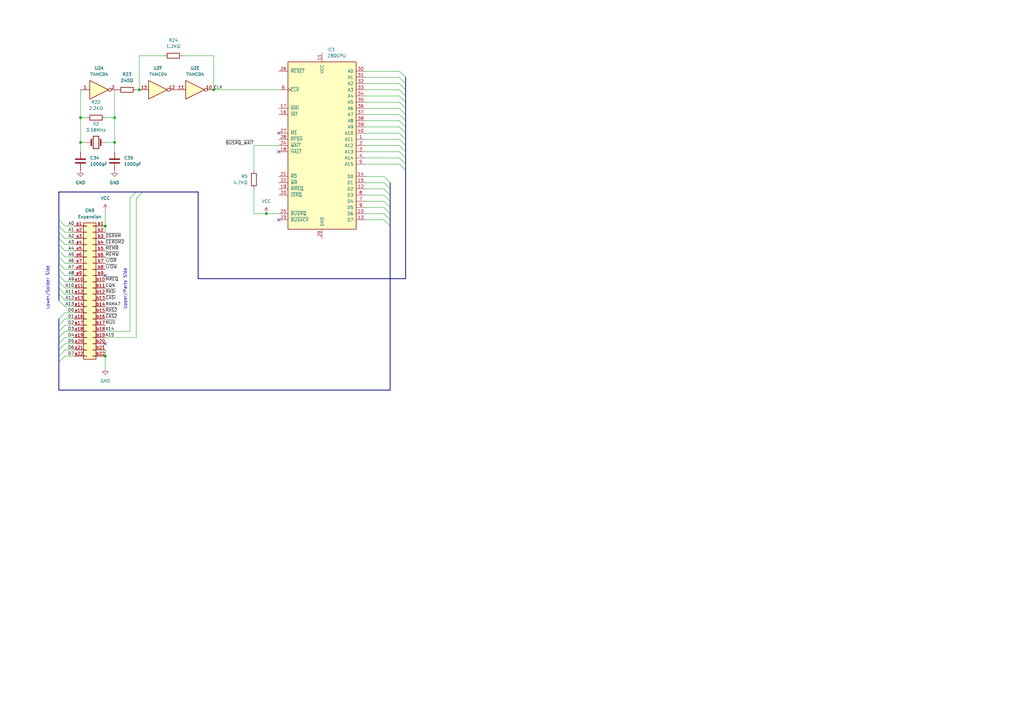
<source format=kicad_sch>
(kicad_sch (version 20230121) (generator eeschema)
  (paper "A3")
  (title_block (title "Sega SC-3000HB") (rev "INITIAL") (company "Brett Hallen") (comment 1 "youtube.com/@brfff"))
  (lib_symbols
    (symbol "74xx:74HC04"
      (property "Reference" "U" (at 0 1.27 0))
      (property "Value" "74HC04" (at 0 -1.27 0))
      (symbol "74HC04_1_0"
        (polyline (pts (xy -3.81 3.81) (xy -3.81 -3.81) (xy 3.81 0) (xy -3.81 3.81)) (stroke (width 0.254)) (fill (type background)))
        (pin input line (at -7.62 0 0) (length 3.81) (name "~") (number "1"))
        (pin output inverted (at 7.62 0 180) (length 3.81) (name "~") (number "2"))
      )
      (symbol "74HC04_2_0"
        (polyline (pts (xy -3.81 3.81) (xy -3.81 -3.81) (xy 3.81 0) (xy -3.81 3.81)) (stroke (width 0.254)) (fill (type background)))
        (pin input line (at -7.62 0 0) (length 3.81) (name "~") (number "3"))
        (pin output inverted (at 7.62 0 180) (length 3.81) (name "~") (number "4"))
      )
      (symbol "74HC04_3_0"
        (polyline (pts (xy -3.81 3.81) (xy -3.81 -3.81) (xy 3.81 0) (xy -3.81 3.81)) (stroke (width 0.254)) (fill (type background)))
        (pin input line (at -7.62 0 0) (length 3.81) (name "~") (number "5"))
        (pin output inverted (at 7.62 0 180) (length 3.81) (name "~") (number "6"))
      )
      (symbol "74HC04_4_0"
        (polyline (pts (xy -3.81 3.81) (xy -3.81 -3.81) (xy 3.81 0) (xy -3.81 3.81)) (stroke (width 0.254)) (fill (type background)))
        (pin output inverted (at 7.62 0 180) (length 3.81) (name "~") (number "8"))
        (pin input line (at -7.62 0 0) (length 3.81) (name "~") (number "9"))
      )
      (symbol "74HC04_5_0"
        (polyline (pts (xy -3.81 3.81) (xy -3.81 -3.81) (xy 3.81 0) (xy -3.81 3.81)) (stroke (width 0.254)) (fill (type background)))
        (pin output inverted (at 7.62 0 180) (length 3.81) (name "~") (number "10"))
        (pin input line (at -7.62 0 0) (length 3.81) (name "~") (number "11"))
      )
      (symbol "74HC04_6_0"
        (polyline (pts (xy -3.81 3.81) (xy -3.81 -3.81) (xy 3.81 0) (xy -3.81 3.81)) (stroke (width 0.254)) (fill (type background)))
        (pin output inverted (at 7.62 0 180) (length 3.81) (name "~") (number "12"))
        (pin input line (at -7.62 0 0) (length 3.81) (name "~") (number "13"))
      )
      (symbol "74HC04_7_0"
        (pin power_in line (at 0 12.7 270) (length 5.08) (name "VCC") (number "14"))
        (pin power_in line (at 0 -12.7 90) (length 5.08) (name "GND") (number "7"))
      )
      (symbol "74HC04_7_1"
        (rectangle (start -5.08 7.62) (end 5.08 -7.62) (stroke (width 0.254)) (fill (type background)))
      )
    )
    (symbol "CPU:Z80CPU" (pin_names (offset 1.016))
      (property "Reference" "U" (at -13.97 35.56 0))
      (property "Value" "Z80CPU" (at 6.35 35.56 0))
      (symbol "Z80CPU_0_1"
        (rectangle (start -13.97 34.29) (end 13.97 -34.29) (stroke (width 0.254)) (fill (type background)))
      )
      (symbol "Z80CPU_1_1"
        (pin output line (at 17.78 2.54 180) (length 3.81) (name "A11") (number "1"))
        (pin bidirectional line (at 17.78 -27.94 180) (length 3.81) (name "D6") (number "10"))
        (pin power_in line (at 0 38.1 270) (length 3.81) (name "VCC") (number "11"))
        (pin bidirectional line (at 17.78 -17.78 180) (length 3.81) (name "D2") (number "12"))
        (pin bidirectional line (at 17.78 -30.48 180) (length 3.81) (name "D7") (number "13"))
        (pin bidirectional line (at 17.78 -12.7 180) (length 3.81) (name "D0") (number "14"))
        (pin bidirectional line (at 17.78 -15.24 180) (length 3.81) (name "D1") (number "15"))
        (pin input line (at -17.78 12.7 0) (length 3.81) (name "~{INT}") (number "16"))
        (pin input line (at -17.78 15.24 0) (length 3.81) (name "~{NMI}") (number "17"))
        (pin output line (at -17.78 -2.54 0) (length 3.81) (name "~{HALT}") (number "18"))
        (pin output line (at -17.78 -17.78 0) (length 3.81) (name "~{MREQ}") (number "19"))
        (pin output line (at 17.78 0 180) (length 3.81) (name "A12") (number "2"))
        (pin output line (at -17.78 -20.32 0) (length 3.81) (name "~{IORQ}") (number "20"))
        (pin output line (at -17.78 -12.7 0) (length 3.81) (name "~{RD}") (number "21"))
        (pin output line (at -17.78 -15.24 0) (length 3.81) (name "~{WR}") (number "22"))
        (pin output line (at -17.78 -30.48 0) (length 3.81) (name "~{BUSACK}") (number "23"))
        (pin input line (at -17.78 0 0) (length 3.81) (name "~{WAIT}") (number "24"))
        (pin input line (at -17.78 -27.94 0) (length 3.81) (name "~{BUSRQ}") (number "25"))
        (pin input line (at -17.78 30.48 0) (length 3.81) (name "~{RESET}") (number "26"))
        (pin output line (at -17.78 5.08 0) (length 3.81) (name "~{M1}") (number "27"))
        (pin output line (at -17.78 2.54 0) (length 3.81) (name "~{RFSH}") (number "28"))
        (pin power_in line (at 0 -38.1 90) (length 3.81) (name "GND") (number "29"))
        (pin output line (at 17.78 -2.54 180) (length 3.81) (name "A13") (number "3"))
        (pin output line (at 17.78 30.48 180) (length 3.81) (name "A0") (number "30"))
        (pin output line (at 17.78 27.94 180) (length 3.81) (name "A1") (number "31"))
        (pin output line (at 17.78 25.4 180) (length 3.81) (name "A2") (number "32"))
        (pin output line (at 17.78 22.86 180) (length 3.81) (name "A3") (number "33"))
        (pin output line (at 17.78 20.32 180) (length 3.81) (name "A4") (number "34"))
        (pin output line (at 17.78 17.78 180) (length 3.81) (name "A5") (number "35"))
        (pin output line (at 17.78 15.24 180) (length 3.81) (name "A6") (number "36"))
        (pin output line (at 17.78 12.7 180) (length 3.81) (name "A7") (number "37"))
        (pin output line (at 17.78 10.16 180) (length 3.81) (name "A8") (number "38"))
        (pin output line (at 17.78 7.62 180) (length 3.81) (name "A9") (number "39"))
        (pin output line (at 17.78 -5.08 180) (length 3.81) (name "A14") (number "4"))
        (pin output line (at 17.78 5.08 180) (length 3.81) (name "A10") (number "40"))
        (pin output line (at 17.78 -7.62 180) (length 3.81) (name "A15") (number "5"))
        (pin input clock (at -17.78 22.86 0) (length 3.81) (name "~{CLK}") (number "6"))
        (pin bidirectional line (at 17.78 -22.86 180) (length 3.81) (name "D4") (number "7"))
        (pin bidirectional line (at 17.78 -20.32 180) (length 3.81) (name "D3") (number "8"))
        (pin bidirectional line (at 17.78 -25.4 180) (length 3.81) (name "D5") (number "9"))
      )
    )
    (symbol "Connector_Generic:Conn_02x22_Row_Letter_First" (pin_names (offset 1.016) hide)
      (property "Reference" "J" (at 1.27 27.94 0))
      (property "Value" "Conn_02x22_Row_Letter_First" (at 1.27 -30.48 0))
      (symbol "Conn_02x22_Row_Letter_First_1_1"
        (rectangle (start -1.27 -27.813) (end 0 -28.067) (stroke (width 0.1524)))
        (rectangle (start -1.27 -25.273) (end 0 -25.527) (stroke (width 0.1524)))
        (rectangle (start -1.27 -22.733) (end 0 -22.987) (stroke (width 0.1524)))
        (rectangle (start -1.27 -20.193) (end 0 -20.447) (stroke (width 0.1524)))
        (rectangle (start -1.27 -17.653) (end 0 -17.907) (stroke (width 0.1524)))
        (rectangle (start -1.27 -15.113) (end 0 -15.367) (stroke (width 0.1524)))
        (rectangle (start -1.27 -12.573) (end 0 -12.827) (stroke (width 0.1524)))
        (rectangle (start -1.27 -10.033) (end 0 -10.287) (stroke (width 0.1524)))
        (rectangle (start -1.27 -7.493) (end 0 -7.747) (stroke (width 0.1524)))
        (rectangle (start -1.27 -4.953) (end 0 -5.207) (stroke (width 0.1524)))
        (rectangle (start -1.27 -2.413) (end 0 -2.667) (stroke (width 0.1524)))
        (rectangle (start -1.27 0.127) (end 0 -0.127) (stroke (width 0.1524)))
        (rectangle (start -1.27 2.667) (end 0 2.413) (stroke (width 0.1524)))
        (rectangle (start -1.27 5.207) (end 0 4.953) (stroke (width 0.1524)))
        (rectangle (start -1.27 7.747) (end 0 7.493) (stroke (width 0.1524)))
        (rectangle (start -1.27 10.287) (end 0 10.033) (stroke (width 0.1524)))
        (rectangle (start -1.27 12.827) (end 0 12.573) (stroke (width 0.1524)))
        (rectangle (start -1.27 15.367) (end 0 15.113) (stroke (width 0.1524)))
        (rectangle (start -1.27 17.907) (end 0 17.653) (stroke (width 0.1524)))
        (rectangle (start -1.27 20.447) (end 0 20.193) (stroke (width 0.1524)))
        (rectangle (start -1.27 22.987) (end 0 22.733) (stroke (width 0.1524)))
        (rectangle (start -1.27 25.527) (end 0 25.273) (stroke (width 0.1524)))
        (rectangle (start -1.27 26.67) (end 3.81 -29.21) (stroke (width 0.254)) (fill (type background)))
        (rectangle (start 3.81 -27.813) (end 2.54 -28.067) (stroke (width 0.1524)))
        (rectangle (start 3.81 -25.273) (end 2.54 -25.527) (stroke (width 0.1524)))
        (rectangle (start 3.81 -22.733) (end 2.54 -22.987) (stroke (width 0.1524)))
        (rectangle (start 3.81 -20.193) (end 2.54 -20.447) (stroke (width 0.1524)))
        (rectangle (start 3.81 -17.653) (end 2.54 -17.907) (stroke (width 0.1524)))
        (rectangle (start 3.81 -15.113) (end 2.54 -15.367) (stroke (width 0.1524)))
        (rectangle (start 3.81 -12.573) (end 2.54 -12.827) (stroke (width 0.1524)))
        (rectangle (start 3.81 -10.033) (end 2.54 -10.287) (stroke (width 0.1524)))
        (rectangle (start 3.81 -7.493) (end 2.54 -7.747) (stroke (width 0.1524)))
        (rectangle (start 3.81 -4.953) (end 2.54 -5.207) (stroke (width 0.1524)))
        (rectangle (start 3.81 -2.413) (end 2.54 -2.667) (stroke (width 0.1524)))
        (rectangle (start 3.81 0.127) (end 2.54 -0.127) (stroke (width 0.1524)))
        (rectangle (start 3.81 2.667) (end 2.54 2.413) (stroke (width 0.1524)))
        (rectangle (start 3.81 5.207) (end 2.54 4.953) (stroke (width 0.1524)))
        (rectangle (start 3.81 7.747) (end 2.54 7.493) (stroke (width 0.1524)))
        (rectangle (start 3.81 10.287) (end 2.54 10.033) (stroke (width 0.1524)))
        (rectangle (start 3.81 12.827) (end 2.54 12.573) (stroke (width 0.1524)))
        (rectangle (start 3.81 15.367) (end 2.54 15.113) (stroke (width 0.1524)))
        (rectangle (start 3.81 17.907) (end 2.54 17.653) (stroke (width 0.1524)))
        (rectangle (start 3.81 20.447) (end 2.54 20.193) (stroke (width 0.1524)))
        (rectangle (start 3.81 22.987) (end 2.54 22.733) (stroke (width 0.1524)))
        (rectangle (start 3.81 25.527) (end 2.54 25.273) (stroke (width 0.1524)))
        (pin passive line (at -5.08 25.4 0) (length 3.81) (name "Pin_a1") (number "a1"))
        (pin passive line (at -5.08 2.54 0) (length 3.81) (name "Pin_a10") (number "a10"))
        (pin passive line (at -5.08 0 0) (length 3.81) (name "Pin_a11") (number "a11"))
        (pin passive line (at -5.08 -2.54 0) (length 3.81) (name "Pin_a12") (number "a12"))
        (pin passive line (at -5.08 -5.08 0) (length 3.81) (name "Pin_a13") (number "a13"))
        (pin passive line (at -5.08 -7.62 0) (length 3.81) (name "Pin_a14") (number "a14"))
        (pin passive line (at -5.08 -10.16 0) (length 3.81) (name "Pin_a15") (number "a15"))
        (pin passive line (at -5.08 -12.7 0) (length 3.81) (name "Pin_a16") (number "a16"))
        (pin passive line (at -5.08 -15.24 0) (length 3.81) (name "Pin_a17") (number "a17"))
        (pin passive line (at -5.08 -17.78 0) (length 3.81) (name "Pin_a18") (number "a18"))
        (pin passive line (at -5.08 -20.32 0) (length 3.81) (name "Pin_a19") (number "a19"))
        (pin passive line (at -5.08 22.86 0) (length 3.81) (name "Pin_a2") (number "a2"))
        (pin passive line (at -5.08 -22.86 0) (length 3.81) (name "Pin_a20") (number "a20"))
        (pin passive line (at -5.08 -25.4 0) (length 3.81) (name "Pin_a21") (number "a21"))
        (pin passive line (at -5.08 -27.94 0) (length 3.81) (name "Pin_a22") (number "a22"))
        (pin passive line (at -5.08 20.32 0) (length 3.81) (name "Pin_a3") (number "a3"))
        (pin passive line (at -5.08 17.78 0) (length 3.81) (name "Pin_a4") (number "a4"))
        (pin passive line (at -5.08 15.24 0) (length 3.81) (name "Pin_a5") (number "a5"))
        (pin passive line (at -5.08 12.7 0) (length 3.81) (name "Pin_a6") (number "a6"))
        (pin passive line (at -5.08 10.16 0) (length 3.81) (name "Pin_a7") (number "a7"))
        (pin passive line (at -5.08 7.62 0) (length 3.81) (name "Pin_a8") (number "a8"))
        (pin passive line (at -5.08 5.08 0) (length 3.81) (name "Pin_a9") (number "a9"))
        (pin passive line (at 7.62 25.4 180) (length 3.81) (name "Pin_b1") (number "b1"))
        (pin passive line (at 7.62 2.54 180) (length 3.81) (name "Pin_b10") (number "b10"))
        (pin passive line (at 7.62 0 180) (length 3.81) (name "Pin_b11") (number "b11"))
        (pin passive line (at 7.62 -2.54 180) (length 3.81) (name "Pin_b12") (number "b12"))
        (pin passive line (at 7.62 -5.08 180) (length 3.81) (name "Pin_b13") (number "b13"))
        (pin passive line (at 7.62 -7.62 180) (length 3.81) (name "Pin_b14") (number "b14"))
        (pin passive line (at 7.62 -10.16 180) (length 3.81) (name "Pin_b15") (number "b15"))
        (pin passive line (at 7.62 -12.7 180) (length 3.81) (name "Pin_b16") (number "b16"))
        (pin passive line (at 7.62 -15.24 180) (length 3.81) (name "Pin_b17") (number "b17"))
        (pin passive line (at 7.62 -17.78 180) (length 3.81) (name "Pin_b18") (number "b18"))
        (pin passive line (at 7.62 -20.32 180) (length 3.81) (name "Pin_b19") (number "b19"))
        (pin passive line (at 7.62 22.86 180) (length 3.81) (name "Pin_b2") (number "b2"))
        (pin passive line (at 7.62 -22.86 180) (length 3.81) (name "Pin_b20") (number "b20"))
        (pin passive line (at 7.62 -25.4 180) (length 3.81) (name "Pin_b21") (number "b21"))
        (pin passive line (at 7.62 -27.94 180) (length 3.81) (name "Pin_b22") (number "b22"))
        (pin passive line (at 7.62 20.32 180) (length 3.81) (name "Pin_b3") (number "b3"))
        (pin passive line (at 7.62 17.78 180) (length 3.81) (name "Pin_b4") (number "b4"))
        (pin passive line (at 7.62 15.24 180) (length 3.81) (name "Pin_b5") (number "b5"))
        (pin passive line (at 7.62 12.7 180) (length 3.81) (name "Pin_b6") (number "b6"))
        (pin passive line (at 7.62 10.16 180) (length 3.81) (name "Pin_b7") (number "b7"))
        (pin passive line (at 7.62 7.62 180) (length 3.81) (name "Pin_b8") (number "b8"))
        (pin passive line (at 7.62 5.08 180) (length 3.81) (name "Pin_b9") (number "b9"))
      )
    )
    (symbol "Device:C" (pin_numbers hide) (pin_names (offset 0.254))
      (property "Reference" "C" (at 0.635 2.54 0))
      (property "Value" "C" (at 0.635 -2.54 0))
      (symbol "C_0_1"
        (polyline (pts (xy -2.032 -0.762) (xy 2.032 -0.762)) (stroke (width 0.508)))
        (polyline (pts (xy -2.032 0.762) (xy 2.032 0.762)) (stroke (width 0.508)))
      )
      (symbol "C_1_1"
        (pin passive line (at 0 3.81 270) (length 2.794) (name "~") (number "1"))
        (pin passive line (at 0 -3.81 90) (length 2.794) (name "~") (number "2"))
      )
    )
    (symbol "Device:Crystal" (pin_numbers hide) (pin_names (offset 1.016) hide)
      (property "Reference" "Y" (at 0 3.81 0))
      (property "Value" "Crystal" (at 0 -3.81 0))
      (symbol "Crystal_0_1"
        (rectangle (start -1.143 2.54) (end 1.143 -2.54) (stroke (width 0.3048)))
        (polyline (pts (xy -2.54 0) (xy -1.905 0)))
        (polyline (pts (xy -1.905 -1.27) (xy -1.905 1.27)) (stroke (width 0.508)))
        (polyline (pts (xy 1.905 -1.27) (xy 1.905 1.27)) (stroke (width 0.508)))
        (polyline (pts (xy 2.54 0) (xy 1.905 0)))
      )
      (symbol "Crystal_1_1"
        (pin passive line (at -3.81 0 0) (length 1.27) (name "1") (number "1"))
        (pin passive line (at 3.81 0 180) (length 1.27) (name "2") (number "2"))
      )
    )
    (symbol "Device:R" (pin_numbers hide) (pin_names (offset 0))
      (property "Reference" "R" (at 2.032 0 90))
      (property "Value" "R" (at 0 0 90))
      (symbol "R_0_1"
        (rectangle (start -1.016 -2.54) (end 1.016 2.54) (stroke (width 0.254)))
      )
      (symbol "R_1_1"
        (pin passive line (at 0 3.81 270) (length 1.27) (name "~") (number "1"))
        (pin passive line (at 0 -3.81 90) (length 1.27) (name "~") (number "2"))
      )
    )
    (symbol "power:GND" (power) (pin_names (offset 0))
      (property "Value" "GND" (at 0 -3.81 0))
      (symbol "GND_0_1"
        (polyline (pts (xy 0 0) (xy 0 -1.27) (xy 1.27 -1.27) (xy 0 -2.54) (xy -1.27 -1.27) (xy 0 -1.27)))
      )
      (symbol "GND_1_1"
        (pin power_in line (at 0 0 270) (length 0) hide (name "GND") (number "1"))
      )
    )
    (symbol "power:VCC" (power) (pin_names (offset 0))
      (property "Value" "VCC" (at 0 3.81 0))
      (symbol "VCC_0_1"
        (polyline (pts (xy -0.762 1.27) (xy 0 2.54)))
        (polyline (pts (xy 0 0) (xy 0 2.54)))
        (polyline (pts (xy 0 2.54) (xy 0.762 1.27)))
      )
      (symbol "VCC_1_1"
        (pin power_in line (at 0 0 90) (length 0) hide (name "VCC") (number "1"))
      )
    )
  )
  (junction (at 46.99 48.26))
  (junction (at 33.02 58.42))
  (junction (at 87.63 36.83))
  (junction (at 33.02 48.26))
  (junction (at 109.22 87.63))
  (junction (at 46.99 58.42))
  (junction (at 57.15 36.83))
  (junction (at 43.18 92.71))
  (junction (at 43.18 146.05))
  (no_connect (at 43.18 140.97))
  (no_connect (at 43.18 113.03))
  (no_connect (at 114.3 90.17))
  (no_connect (at 114.3 54.61))
  (no_connect (at 114.3 62.23))
  (bus_entry (at 24.13 95.25) (size 2.54 2.54))
  (bus_entry (at 157.48 72.39) (size 2.54 2.54))
  (bus_entry (at 24.13 90.17) (size 2.54 2.54))
  (bus_entry (at 163.83 44.45) (size 2.54 2.54))
  (bus_entry (at 163.83 36.83) (size 2.54 2.54))
  (bus_entry (at 163.83 29.21) (size 2.54 2.54))
  (bus_entry (at 163.83 64.77) (size 2.54 2.54))
  (bus_entry (at 24.13 138.43) (size 2.54 -2.54))
  (bus_entry (at 157.48 77.47) (size 2.54 2.54))
  (bus_entry (at 157.48 82.55) (size 2.54 2.54))
  (bus_entry (at 163.83 59.69) (size 2.54 2.54))
  (bus_entry (at 163.83 41.91) (size 2.54 2.54))
  (bus_entry (at 55.88 81.28) (size 2.54 -2.54))
  (bus_entry (at 24.13 102.87) (size 2.54 2.54))
  (bus_entry (at 163.83 31.75) (size 2.54 2.54))
  (bus_entry (at 24.13 92.71) (size 2.54 2.54))
  (bus_entry (at 24.13 120.65) (size 2.54 2.54))
  (bus_entry (at 157.48 85.09) (size 2.54 2.54))
  (bus_entry (at 24.13 100.33) (size 2.54 2.54))
  (bus_entry (at 157.48 74.93) (size 2.54 2.54))
  (bus_entry (at 24.13 133.35) (size 2.54 -2.54))
  (bus_entry (at 24.13 113.03) (size 2.54 2.54))
  (bus_entry (at 24.13 130.81) (size 2.54 -2.54))
  (bus_entry (at 163.83 52.07) (size 2.54 2.54))
  (bus_entry (at 53.34 81.28) (size 2.54 -2.54))
  (bus_entry (at 24.13 123.19) (size 2.54 2.54))
  (bus_entry (at 157.48 80.01) (size 2.54 2.54))
  (bus_entry (at 24.13 105.41) (size 2.54 2.54))
  (bus_entry (at 163.83 62.23) (size 2.54 2.54))
  (bus_entry (at 157.48 87.63) (size 2.54 2.54))
  (bus_entry (at 24.13 107.95) (size 2.54 2.54))
  (bus_entry (at 24.13 140.97) (size 2.54 -2.54))
  (bus_entry (at 24.13 115.57) (size 2.54 2.54))
  (bus_entry (at 163.83 57.15) (size 2.54 2.54))
  (bus_entry (at 163.83 67.31) (size 2.54 2.54))
  (bus_entry (at 24.13 148.59) (size 2.54 -2.54))
  (bus_entry (at 24.13 146.05) (size 2.54 -2.54))
  (bus_entry (at 163.83 46.99) (size 2.54 2.54))
  (bus_entry (at 24.13 97.79) (size 2.54 2.54))
  (bus_entry (at 24.13 110.49) (size 2.54 2.54))
  (bus_entry (at 157.48 90.17) (size 2.54 2.54))
  (bus_entry (at 24.13 118.11) (size 2.54 2.54))
  (bus_entry (at 163.83 39.37) (size 2.54 2.54))
  (bus_entry (at 24.13 135.89) (size 2.54 -2.54))
  (bus_entry (at 24.13 143.51) (size 2.54 -2.54))
  (bus_entry (at 163.83 49.53) (size 2.54 2.54))
  (bus_entry (at 163.83 54.61) (size 2.54 2.54))
  (bus_entry (at 163.83 34.29) (size 2.54 2.54))
  (bus (pts (xy 166.37 46.99) (xy 166.37 49.53)))
  (wire (pts (xy 33.02 48.26) (xy 33.02 58.42)))
  (wire (pts (xy 149.86 90.17) (xy 157.48 90.17)))
  (bus (pts (xy 160.02 74.93) (xy 160.02 77.47)))
  (bus (pts (xy 24.13 110.49) (xy 24.13 107.95)))
  (wire (pts (xy 149.86 72.39) (xy 157.48 72.39)))
  (bus (pts (xy 166.37 57.15) (xy 166.37 59.69)))
  (wire (pts (xy 53.34 81.28) (xy 53.34 135.89)))
  (wire (pts (xy 149.86 49.53) (xy 163.83 49.53)))
  (wire (pts (xy 57.15 36.83) (xy 55.88 36.83)))
  (wire (pts (xy 33.02 36.83) (xy 33.02 48.26)))
  (wire (pts (xy 26.67 107.95) (xy 30.48 107.95)))
  (bus (pts (xy 166.37 39.37) (xy 166.37 41.91)))
  (wire (pts (xy 109.22 87.63) (xy 104.14 87.63)))
  (bus (pts (xy 24.13 133.35) (xy 24.13 135.89)))
  (wire (pts (xy 46.99 58.42) (xy 46.99 62.23)))
  (bus (pts (xy 81.28 78.74) (xy 81.28 114.3)))
  (wire (pts (xy 26.67 110.49) (xy 30.48 110.49)))
  (wire (pts (xy 149.86 44.45) (xy 163.83 44.45)))
  (wire (pts (xy 149.86 82.55) (xy 157.48 82.55)))
  (wire (pts (xy 149.86 64.77) (xy 163.83 64.77)))
  (wire (pts (xy 149.86 36.83) (xy 163.83 36.83)))
  (bus (pts (xy 24.13 146.05) (xy 24.13 148.59)))
  (bus (pts (xy 24.13 97.79) (xy 24.13 95.25)))
  (bus (pts (xy 24.13 148.59) (xy 24.13 160.02)))
  (bus (pts (xy 24.13 123.19) (xy 24.13 120.65)))
  (bus (pts (xy 24.13 102.87) (xy 24.13 100.33)))
  (bus (pts (xy 24.13 92.71) (xy 24.13 90.17)))
  (bus (pts (xy 166.37 31.75) (xy 166.37 34.29)))
  (wire (pts (xy 26.67 123.19) (xy 30.48 123.19)))
  (wire (pts (xy 33.02 58.42) (xy 33.02 62.23)))
  (bus (pts (xy 160.02 87.63) (xy 160.02 90.17)))
  (wire (pts (xy 26.67 115.57) (xy 30.48 115.57)))
  (wire (pts (xy 26.67 138.43) (xy 30.48 138.43)))
  (bus (pts (xy 160.02 80.01) (xy 160.02 82.55)))
  (wire (pts (xy 149.86 39.37) (xy 163.83 39.37)))
  (wire (pts (xy 149.86 54.61) (xy 163.83 54.61)))
  (bus (pts (xy 166.37 62.23) (xy 166.37 64.77)))
  (bus (pts (xy 24.13 118.11) (xy 24.13 115.57)))
  (wire (pts (xy 26.67 102.87) (xy 30.48 102.87)))
  (wire (pts (xy 149.86 41.91) (xy 163.83 41.91)))
  (bus (pts (xy 24.13 113.03) (xy 24.13 110.49)))
  (wire (pts (xy 149.86 77.47) (xy 157.48 77.47)))
  (bus (pts (xy 160.02 77.47) (xy 160.02 80.01)))
  (bus (pts (xy 24.13 105.41) (xy 24.13 102.87)))
  (bus (pts (xy 24.13 100.33) (xy 24.13 97.79)))
  (wire (pts (xy 149.86 85.09) (xy 157.48 85.09)))
  (wire (pts (xy 149.86 62.23) (xy 163.83 62.23)))
  (wire (pts (xy 33.02 48.26) (xy 35.56 48.26)))
  (wire (pts (xy 46.99 36.83) (xy 46.99 48.26)))
  (wire (pts (xy 74.93 22.86) (xy 87.63 22.86)))
  (wire (pts (xy 149.86 59.69) (xy 163.83 59.69)))
  (wire (pts (xy 26.67 113.03) (xy 30.48 113.03)))
  (wire (pts (xy 149.86 52.07) (xy 163.83 52.07)))
  (bus (pts (xy 24.13 138.43) (xy 24.13 140.97)))
  (wire (pts (xy 26.67 118.11) (xy 30.48 118.11)))
  (wire (pts (xy 104.14 87.63) (xy 104.14 77.47)))
  (bus (pts (xy 24.13 130.81) (xy 24.13 133.35)))
  (wire (pts (xy 149.86 29.21) (xy 163.83 29.21)))
  (wire (pts (xy 43.18 138.43) (xy 55.88 138.43)))
  (wire (pts (xy 149.86 46.99) (xy 163.83 46.99)))
  (bus (pts (xy 166.37 34.29) (xy 166.37 36.83)))
  (wire (pts (xy 33.02 58.42) (xy 35.56 58.42)))
  (wire (pts (xy 26.67 146.05) (xy 30.48 146.05)))
  (bus (pts (xy 166.37 44.45) (xy 166.37 46.99)))
  (wire (pts (xy 87.63 36.83) (xy 114.3 36.83)))
  (wire (pts (xy 55.88 81.28) (xy 55.88 138.43)))
  (wire (pts (xy 26.67 120.65) (xy 30.48 120.65)))
  (wire (pts (xy 26.67 140.97) (xy 30.48 140.97)))
  (bus (pts (xy 160.02 90.17) (xy 160.02 92.71)))
  (wire (pts (xy 26.67 128.27) (xy 30.48 128.27)))
  (wire (pts (xy 149.86 31.75) (xy 163.83 31.75)))
  (bus (pts (xy 166.37 49.53) (xy 166.37 52.07)))
  (bus (pts (xy 58.42 78.74) (xy 81.28 78.74)))
  (wire (pts (xy 149.86 67.31) (xy 163.83 67.31)))
  (bus (pts (xy 160.02 85.09) (xy 160.02 87.63)))
  (wire (pts (xy 43.18 48.26) (xy 46.99 48.26)))
  (wire (pts (xy 67.31 22.86) (xy 57.15 22.86)))
  (wire (pts (xy 26.67 97.79) (xy 30.48 97.79)))
  (wire (pts (xy 149.86 74.93) (xy 157.48 74.93)))
  (wire (pts (xy 149.86 80.01) (xy 157.48 80.01)))
  (bus (pts (xy 24.13 115.57) (xy 24.13 113.03)))
  (wire (pts (xy 43.18 86.36) (xy 43.18 92.71)))
  (wire (pts (xy 26.67 133.35) (xy 30.48 133.35)))
  (wire (pts (xy 87.63 22.86) (xy 87.63 36.83)))
  (bus (pts (xy 55.88 78.74) (xy 58.42 78.74)))
  (wire (pts (xy 149.86 57.15) (xy 163.83 57.15)))
  (wire (pts (xy 43.18 58.42) (xy 46.99 58.42)))
  (bus (pts (xy 24.13 160.02) (xy 160.02 160.02)))
  (wire (pts (xy 26.67 105.41) (xy 30.48 105.41)))
  (wire (pts (xy 46.99 48.26) (xy 46.99 58.42)))
  (bus (pts (xy 24.13 78.74) (xy 55.88 78.74)))
  (bus (pts (xy 24.13 140.97) (xy 24.13 143.51)))
  (bus (pts (xy 166.37 41.91) (xy 166.37 44.45)))
  (bus (pts (xy 24.13 120.65) (xy 24.13 118.11)))
  (wire (pts (xy 114.3 87.63) (xy 109.22 87.63)))
  (bus (pts (xy 24.13 135.89) (xy 24.13 138.43)))
  (bus (pts (xy 166.37 64.77) (xy 166.37 67.31)))
  (bus (pts (xy 166.37 52.07) (xy 166.37 54.61)))
  (bus (pts (xy 166.37 67.31) (xy 166.37 69.85)))
  (wire (pts (xy 57.15 22.86) (xy 57.15 36.83)))
  (wire (pts (xy 43.18 92.71) (xy 43.18 95.25)))
  (wire (pts (xy 26.67 125.73) (xy 30.48 125.73)))
  (wire (pts (xy 149.86 34.29) (xy 163.83 34.29)))
  (bus (pts (xy 166.37 54.61) (xy 166.37 57.15)))
  (bus (pts (xy 24.13 90.17) (xy 24.13 78.74)))
  (bus (pts (xy 24.13 143.51) (xy 24.13 146.05)))
  (bus (pts (xy 160.02 82.55) (xy 160.02 85.09)))
  (wire (pts (xy 26.67 95.25) (xy 30.48 95.25)))
  (wire (pts (xy 43.18 143.51) (xy 43.18 146.05)))
  (bus (pts (xy 24.13 95.25) (xy 24.13 92.71)))
  (bus (pts (xy 24.13 107.95) (xy 24.13 105.41)))
  (bus (pts (xy 160.02 92.71) (xy 160.02 160.02)))
  (wire (pts (xy 26.67 92.71) (xy 30.48 92.71)))
  (bus (pts (xy 166.37 69.85) (xy 166.37 114.3)))
  (wire (pts (xy 26.67 100.33) (xy 30.48 100.33)))
  (wire (pts (xy 53.34 135.89) (xy 43.18 135.89)))
  (wire (pts (xy 149.86 87.63) (xy 157.48 87.63)))
  (wire (pts (xy 26.67 143.51) (xy 30.48 143.51)))
  (wire (pts (xy 114.3 59.69) (xy 104.14 59.69)))
  (wire (pts (xy 43.18 146.05) (xy 43.18 151.13)))
  (bus (pts (xy 166.37 36.83) (xy 166.37 39.37)))
  (wire (pts (xy 26.67 135.89) (xy 30.48 135.89)))
  (wire (pts (xy 104.14 59.69) (xy 104.14 69.85)))
  (wire (pts (xy 26.67 130.81) (xy 30.48 130.81)))
  (bus (pts (xy 166.37 59.69) (xy 166.37 62.23)))
  (bus (pts (xy 81.28 114.3) (xy 166.37 114.3)))
  (text "Lower/Solder Side\n" (at 20.32 127 90) (effects (font (size 1.27 1.27)) (justify left bottom)))
  (text "Upper/Parts Side" (at 52.07 127 90) (effects (font (size 1.27 1.27)) (justify left bottom)))
  (label "~{CAS2}" (at 43.18 130.81 0))
  (label "~{BUSRQ}_~{WAIT}" (at 104.14 59.69 180))
  (label "D4" (at 30.48 138.43 180))
  (label "D6" (at 30.48 143.51 180))
  (label "D5" (at 30.48 140.97 180))
  (label "A15" (at 43.18 138.43 0))
  (label "A8" (at 30.48 113.03 180))
  (label "D1" (at 30.48 130.81 180))
  (label "A14" (at 43.18 135.89 0))
  (label "CLK" (at 87.63 36.83 0))
  (label "D0" (at 30.48 128.27 180))
  (label "A5" (at 30.48 105.41 180))
  (label "A12" (at 30.48 123.19 180))
  (label "~{CASI}" (at 43.18 123.19 0))
  (label "D3" (at 30.48 135.89 180))
  (label "~{CEROM2}" (at 43.18 100.33 0))
  (label "~{MUX}" (at 43.18 133.35 0))
  (label "A13" (at 30.48 125.73 180))
  (label "A6" (at 30.48 107.95 180))
  (label "CQN" (at 43.18 118.11 0))
  (label "~{RAS2}" (at 43.18 128.27 0))
  (label "A2" (at 30.48 97.79 180))
  (label "A9" (at 30.48 115.57 180))
  (label "~{I{slash}OW}" (at 43.18 110.49 0))
  (label "~{RASI}" (at 43.18 120.65 0))
  (label "A7" (at 30.48 110.49 180))
  (label "~{I{slash}OR}" (at 43.18 107.95 0))
  (label "A3" (at 30.48 100.33 180))
  (label "RAMA7" (at 43.18 125.73 0))
  (label "~{DSRAM}" (at 43.18 97.79 0))
  (label "A1" (at 30.48 95.25 180))
  (label "~{MREQ}" (at 43.18 115.57 0))
  (label "A0" (at 30.48 92.71 180))
  (label "~{MEMR}" (at 43.18 102.87 0))
  (label "A10" (at 30.48 118.11 180))
  (label "A11" (at 30.48 120.65 180))
  (label "D2" (at 30.48 133.35 180))
  (label "D7" (at 30.48 146.05 180))
  (label "A4" (at 30.48 102.87 180))
  (label "~{MEMW}" (at 43.18 105.41 0))
  (symbol (lib_id "power:VCC") (at 109.22 87.63 0) (unit 1)
    (property "Reference" "#PWR03" (effects hide))
    (property "Value" "VCC" (at 109.22 82.55 0))
  )
  (symbol (lib_id "power:GND") (at 43.18 151.13 0) (unit 1)
    (property "Reference" "#PWR05" (effects hide))
    (property "Value" "GND" (at 43.18 156.21 0))
  )
  (symbol (lib_id "Connector_Generic:Conn_02x22_Row_Letter_First") (at 35.56 118.11 0) (unit 1)
    (property "Reference" "CN9" (at 36.83 86.36 0))
    (property "Value" "Expansion" (at 36.83 88.9 0))
  )
  (symbol (lib_id "CPU:Z80CPU") (at 132.08 59.69 0) (unit 1)
    (property "Reference" "IC1" (at 134.2741 20.32 0) (effects (justify left)))
    (property "Value" "Z80CPU" (at 134.2741 22.86 0) (effects (justify left)))
    (property "Datasheet" "www.zilog.com/manage_directlink.php?filepath=docs/z80/um0080" (effects hide))
  )
  (symbol (lib_id "74xx:74HC04") (at -143.51 13.97 0) (unit 2)
    (property "Reference" "U2" (at -143.51 5.08 0))
    (property "Value" "74HC04" (at -143.51 7.62 0))
    (property "Datasheet" "https://assets.nexperia.com/documents/data-sheet/74HC_HCT04.pdf" (effects hide))
  )
  (symbol (lib_id "power:GND") (at 33.02 69.85 0) (unit 1)
    (property "Reference" "#PWR01" (effects hide))
    (property "Value" "GND" (at 33.02 74.93 0))
  )
  (symbol (lib_id "74xx:74HC04") (at 80.01 36.83 0) (unit 5)
    (property "Reference" "U2" (at 80.01 27.94 0))
    (property "Value" "74HC04" (at 80.01 30.48 0))
    (property "Datasheet" "https://assets.nexperia.com/documents/data-sheet/74HC_HCT04.pdf" (effects hide))
  )
  (symbol (lib_id "74xx:74HC04") (at 64.77 36.83 0) (unit 6)
    (property "Reference" "U2" (at 64.77 27.94 0))
    (property "Value" "74HC04" (at 64.77 30.48 0))
    (property "Datasheet" "https://assets.nexperia.com/documents/data-sheet/74HC_HCT04.pdf" (effects hide))
  )
  (symbol (lib_id "74xx:74HC04") (at 40.64 36.83 0) (unit 1)
    (property "Reference" "U2" (at 40.64 27.94 0))
    (property "Value" "74HC04" (at 40.64 30.48 0))
    (property "Datasheet" "https://assets.nexperia.com/documents/data-sheet/74HC_HCT04.pdf" (effects hide))
  )
  (symbol (lib_id "Device:C") (at 46.99 66.04 0) (unit 1)
    (property "Reference" "C35" (at 50.8 64.77 0) (effects (justify left)))
    (property "Value" "1000pF" (at 50.8 67.31 0) (effects (justify left)))
  )
  (symbol (lib_id "Device:R") (at 39.37 48.26 270) (unit 1)
    (property "Reference" "R22" (at 39.37 41.91 90))
    (property "Value" "2.2KΩ" (at 39.37 44.45 90))
  )
  (symbol (lib_id "power:GND") (at 46.99 69.85 0) (unit 1)
    (property "Reference" "#PWR02" (effects hide))
    (property "Value" "GND" (at 46.99 74.93 0))
  )
  (symbol (lib_id "Device:C") (at 33.02 66.04 0) (unit 1)
    (property "Reference" "C34" (at 36.83 64.77 0) (effects (justify left)))
    (property "Value" "1000pF" (at 36.83 67.31 0) (effects (justify left)))
  )
  (symbol (lib_id "Device:R") (at 52.07 36.83 270) (unit 1)
    (property "Reference" "R23" (at 52.07 30.48 90))
    (property "Value" "240Ω" (at 52.07 33.02 90))
  )
  (symbol (lib_id "Device:R") (at 71.12 22.86 270) (unit 1)
    (property "Reference" "R24" (at 71.12 16.51 90))
    (property "Value" "1.2KΩ" (at 71.12 19.05 90))
  )
  (symbol (lib_id "74xx:74HC04") (at -143.51 33.02 0) (unit 3)
    (property "Reference" "U2" (at -143.51 24.13 0))
    (property "Value" "74HC04" (at -143.51 26.67 0))
    (property "Datasheet" "https://assets.nexperia.com/documents/data-sheet/74HC_HCT04.pdf" (effects hide))
  )
  (symbol (lib_id "74xx:74HC04") (at -121.92 276.86 0) (unit 7)
    (property "Reference" "U2" (at -115.57 275.59 0) (effects (justify left)))
    (property "Value" "74HC04" (at -115.57 278.13 0) (effects (justify left)))
    (property "Datasheet" "https://assets.nexperia.com/documents/data-sheet/74HC_HCT04.pdf" (effects hide))
  )
  (symbol (lib_id "Device:R") (at 104.14 73.66 0) (mirror x) (unit 1)
    (property "Reference" "R5" (at 101.6 72.39 0) (effects (justify right)))
    (property "Value" "4.7KΩ" (at 101.6 74.93 0) (effects (justify right)))
  )
  (symbol (lib_id "power:VCC") (at 43.18 86.36 0) (unit 1)
    (property "Reference" "#PWR04" (effects hide))
    (property "Value" "VCC" (at 43.18 81.28 0))
  )
  (symbol (lib_id "Device:Crystal") (at 39.37 58.42 0) (unit 1)
    (property "Reference" "X2" (at 39.37 50.8 0))
    (property "Value" "3.58MHz" (at 39.37 53.34 0))
  )
  (symbol (lib_id "74xx:74HC04") (at -143.51 50.8 0) (unit 4)
    (property "Reference" "U2" (at -143.51 41.91 0))
    (property "Value" "74HC04" (at -143.51 44.45 0))
    (property "Datasheet" "https://assets.nexperia.com/documents/data-sheet/74HC_HCT04.pdf" (effects hide))
  )
)
</source>
